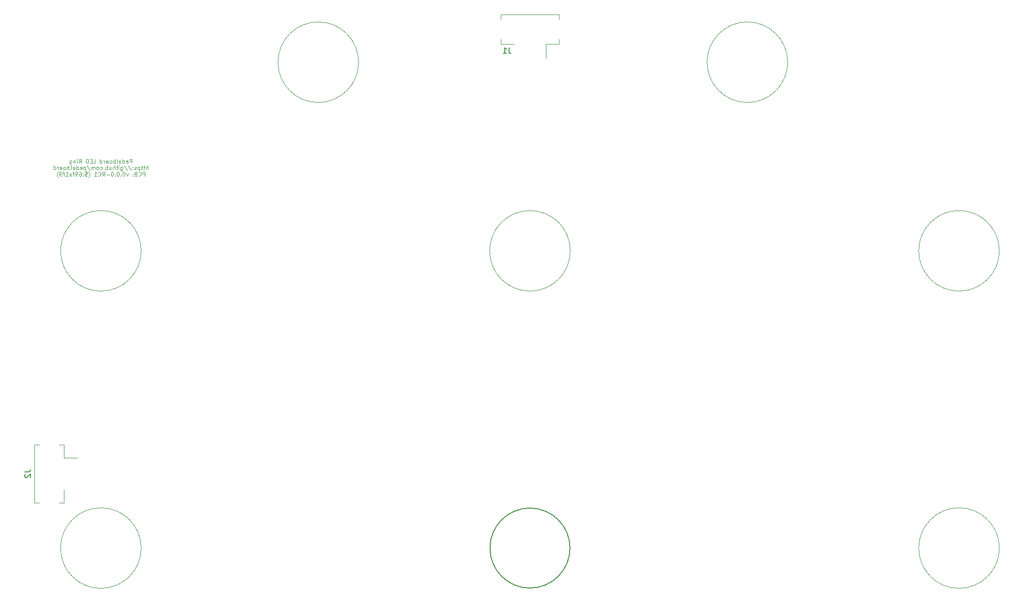
<source format=gbr>
%TF.GenerationSoftware,KiCad,Pcbnew,8.0.4+1*%
%TF.CreationDate,2024-10-05T16:27:55+00:00*%
%TF.ProjectId,pedalboard-display,70656461-6c62-46f6-9172-642d64697370,0.0.0-RC1*%
%TF.SameCoordinates,Original*%
%TF.FileFunction,Legend,Bot*%
%TF.FilePolarity,Positive*%
%FSLAX46Y46*%
G04 Gerber Fmt 4.6, Leading zero omitted, Abs format (unit mm)*
G04 Created by KiCad (PCBNEW 8.0.4+1) date 2024-10-05 16:27:55*
%MOMM*%
%LPD*%
G01*
G04 APERTURE LIST*
%ADD10C,0.100000*%
%ADD11C,0.150000*%
%ADD12C,0.120000*%
G04 APERTURE END LIST*
D10*
X189050000Y-124000000D02*
G75*
G02*
X174950000Y-124000000I-7050000J0D01*
G01*
X174950000Y-124000000D02*
G75*
G02*
X189050000Y-124000000I7050000J0D01*
G01*
X189050000Y-72000000D02*
G75*
G02*
X174950000Y-72000000I-7050000J0D01*
G01*
X174950000Y-72000000D02*
G75*
G02*
X189050000Y-72000000I7050000J0D01*
G01*
X152050000Y-39000000D02*
G75*
G02*
X137950000Y-39000000I-7050000J0D01*
G01*
X137950000Y-39000000D02*
G75*
G02*
X152050000Y-39000000I7050000J0D01*
G01*
X77050000Y-39000000D02*
G75*
G02*
X62950000Y-39000000I-7050000J0D01*
G01*
X62950000Y-39000000D02*
G75*
G02*
X77050000Y-39000000I7050000J0D01*
G01*
X39050000Y-124000000D02*
G75*
G02*
X24950000Y-124000000I-7050000J0D01*
G01*
X24950000Y-124000000D02*
G75*
G02*
X39050000Y-124000000I7050000J0D01*
G01*
X39050000Y-72000000D02*
G75*
G02*
X24950000Y-72000000I-7050000J0D01*
G01*
X24950000Y-72000000D02*
G75*
G02*
X39050000Y-72000000I7050000J0D01*
G01*
D11*
X114000000Y-124000000D02*
G75*
G02*
X100000000Y-124000000I-7000000J0D01*
G01*
X100000000Y-124000000D02*
G75*
G02*
X114000000Y-124000000I7000000J0D01*
G01*
D10*
X114050000Y-72000000D02*
G75*
G02*
X99950000Y-72000000I-7050000J0D01*
G01*
X99950000Y-72000000D02*
G75*
G02*
X114050000Y-72000000I7050000J0D01*
G01*
X37416664Y-56655211D02*
X37416664Y-55955211D01*
X37416664Y-55955211D02*
X37149997Y-55955211D01*
X37149997Y-55955211D02*
X37083331Y-55988544D01*
X37083331Y-55988544D02*
X37049997Y-56021878D01*
X37049997Y-56021878D02*
X37016664Y-56088544D01*
X37016664Y-56088544D02*
X37016664Y-56188544D01*
X37016664Y-56188544D02*
X37049997Y-56255211D01*
X37049997Y-56255211D02*
X37083331Y-56288544D01*
X37083331Y-56288544D02*
X37149997Y-56321878D01*
X37149997Y-56321878D02*
X37416664Y-56321878D01*
X36449997Y-56621878D02*
X36516664Y-56655211D01*
X36516664Y-56655211D02*
X36649997Y-56655211D01*
X36649997Y-56655211D02*
X36716664Y-56621878D01*
X36716664Y-56621878D02*
X36749997Y-56555211D01*
X36749997Y-56555211D02*
X36749997Y-56288544D01*
X36749997Y-56288544D02*
X36716664Y-56221878D01*
X36716664Y-56221878D02*
X36649997Y-56188544D01*
X36649997Y-56188544D02*
X36516664Y-56188544D01*
X36516664Y-56188544D02*
X36449997Y-56221878D01*
X36449997Y-56221878D02*
X36416664Y-56288544D01*
X36416664Y-56288544D02*
X36416664Y-56355211D01*
X36416664Y-56355211D02*
X36749997Y-56421878D01*
X35816664Y-56655211D02*
X35816664Y-55955211D01*
X35816664Y-56621878D02*
X35883331Y-56655211D01*
X35883331Y-56655211D02*
X36016664Y-56655211D01*
X36016664Y-56655211D02*
X36083331Y-56621878D01*
X36083331Y-56621878D02*
X36116664Y-56588544D01*
X36116664Y-56588544D02*
X36149997Y-56521878D01*
X36149997Y-56521878D02*
X36149997Y-56321878D01*
X36149997Y-56321878D02*
X36116664Y-56255211D01*
X36116664Y-56255211D02*
X36083331Y-56221878D01*
X36083331Y-56221878D02*
X36016664Y-56188544D01*
X36016664Y-56188544D02*
X35883331Y-56188544D01*
X35883331Y-56188544D02*
X35816664Y-56221878D01*
X35183331Y-56655211D02*
X35183331Y-56288544D01*
X35183331Y-56288544D02*
X35216664Y-56221878D01*
X35216664Y-56221878D02*
X35283331Y-56188544D01*
X35283331Y-56188544D02*
X35416664Y-56188544D01*
X35416664Y-56188544D02*
X35483331Y-56221878D01*
X35183331Y-56621878D02*
X35249998Y-56655211D01*
X35249998Y-56655211D02*
X35416664Y-56655211D01*
X35416664Y-56655211D02*
X35483331Y-56621878D01*
X35483331Y-56621878D02*
X35516664Y-56555211D01*
X35516664Y-56555211D02*
X35516664Y-56488544D01*
X35516664Y-56488544D02*
X35483331Y-56421878D01*
X35483331Y-56421878D02*
X35416664Y-56388544D01*
X35416664Y-56388544D02*
X35249998Y-56388544D01*
X35249998Y-56388544D02*
X35183331Y-56355211D01*
X34749998Y-56655211D02*
X34816665Y-56621878D01*
X34816665Y-56621878D02*
X34849998Y-56555211D01*
X34849998Y-56555211D02*
X34849998Y-55955211D01*
X34483331Y-56655211D02*
X34483331Y-55955211D01*
X34483331Y-56221878D02*
X34416664Y-56188544D01*
X34416664Y-56188544D02*
X34283331Y-56188544D01*
X34283331Y-56188544D02*
X34216664Y-56221878D01*
X34216664Y-56221878D02*
X34183331Y-56255211D01*
X34183331Y-56255211D02*
X34149998Y-56321878D01*
X34149998Y-56321878D02*
X34149998Y-56521878D01*
X34149998Y-56521878D02*
X34183331Y-56588544D01*
X34183331Y-56588544D02*
X34216664Y-56621878D01*
X34216664Y-56621878D02*
X34283331Y-56655211D01*
X34283331Y-56655211D02*
X34416664Y-56655211D01*
X34416664Y-56655211D02*
X34483331Y-56621878D01*
X33749998Y-56655211D02*
X33816665Y-56621878D01*
X33816665Y-56621878D02*
X33849998Y-56588544D01*
X33849998Y-56588544D02*
X33883331Y-56521878D01*
X33883331Y-56521878D02*
X33883331Y-56321878D01*
X33883331Y-56321878D02*
X33849998Y-56255211D01*
X33849998Y-56255211D02*
X33816665Y-56221878D01*
X33816665Y-56221878D02*
X33749998Y-56188544D01*
X33749998Y-56188544D02*
X33649998Y-56188544D01*
X33649998Y-56188544D02*
X33583331Y-56221878D01*
X33583331Y-56221878D02*
X33549998Y-56255211D01*
X33549998Y-56255211D02*
X33516665Y-56321878D01*
X33516665Y-56321878D02*
X33516665Y-56521878D01*
X33516665Y-56521878D02*
X33549998Y-56588544D01*
X33549998Y-56588544D02*
X33583331Y-56621878D01*
X33583331Y-56621878D02*
X33649998Y-56655211D01*
X33649998Y-56655211D02*
X33749998Y-56655211D01*
X32916665Y-56655211D02*
X32916665Y-56288544D01*
X32916665Y-56288544D02*
X32949998Y-56221878D01*
X32949998Y-56221878D02*
X33016665Y-56188544D01*
X33016665Y-56188544D02*
X33149998Y-56188544D01*
X33149998Y-56188544D02*
X33216665Y-56221878D01*
X32916665Y-56621878D02*
X32983332Y-56655211D01*
X32983332Y-56655211D02*
X33149998Y-56655211D01*
X33149998Y-56655211D02*
X33216665Y-56621878D01*
X33216665Y-56621878D02*
X33249998Y-56555211D01*
X33249998Y-56555211D02*
X33249998Y-56488544D01*
X33249998Y-56488544D02*
X33216665Y-56421878D01*
X33216665Y-56421878D02*
X33149998Y-56388544D01*
X33149998Y-56388544D02*
X32983332Y-56388544D01*
X32983332Y-56388544D02*
X32916665Y-56355211D01*
X32583332Y-56655211D02*
X32583332Y-56188544D01*
X32583332Y-56321878D02*
X32549999Y-56255211D01*
X32549999Y-56255211D02*
X32516665Y-56221878D01*
X32516665Y-56221878D02*
X32449999Y-56188544D01*
X32449999Y-56188544D02*
X32383332Y-56188544D01*
X31849999Y-56655211D02*
X31849999Y-55955211D01*
X31849999Y-56621878D02*
X31916666Y-56655211D01*
X31916666Y-56655211D02*
X32049999Y-56655211D01*
X32049999Y-56655211D02*
X32116666Y-56621878D01*
X32116666Y-56621878D02*
X32149999Y-56588544D01*
X32149999Y-56588544D02*
X32183332Y-56521878D01*
X32183332Y-56521878D02*
X32183332Y-56321878D01*
X32183332Y-56321878D02*
X32149999Y-56255211D01*
X32149999Y-56255211D02*
X32116666Y-56221878D01*
X32116666Y-56221878D02*
X32049999Y-56188544D01*
X32049999Y-56188544D02*
X31916666Y-56188544D01*
X31916666Y-56188544D02*
X31849999Y-56221878D01*
X30650000Y-56655211D02*
X30983333Y-56655211D01*
X30983333Y-56655211D02*
X30983333Y-55955211D01*
X30416666Y-56288544D02*
X30183333Y-56288544D01*
X30083333Y-56655211D02*
X30416666Y-56655211D01*
X30416666Y-56655211D02*
X30416666Y-55955211D01*
X30416666Y-55955211D02*
X30083333Y-55955211D01*
X29783333Y-56655211D02*
X29783333Y-55955211D01*
X29783333Y-55955211D02*
X29616666Y-55955211D01*
X29616666Y-55955211D02*
X29516666Y-55988544D01*
X29516666Y-55988544D02*
X29450000Y-56055211D01*
X29450000Y-56055211D02*
X29416666Y-56121878D01*
X29416666Y-56121878D02*
X29383333Y-56255211D01*
X29383333Y-56255211D02*
X29383333Y-56355211D01*
X29383333Y-56355211D02*
X29416666Y-56488544D01*
X29416666Y-56488544D02*
X29450000Y-56555211D01*
X29450000Y-56555211D02*
X29516666Y-56621878D01*
X29516666Y-56621878D02*
X29616666Y-56655211D01*
X29616666Y-56655211D02*
X29783333Y-56655211D01*
X28150000Y-56655211D02*
X28383333Y-56321878D01*
X28550000Y-56655211D02*
X28550000Y-55955211D01*
X28550000Y-55955211D02*
X28283333Y-55955211D01*
X28283333Y-55955211D02*
X28216667Y-55988544D01*
X28216667Y-55988544D02*
X28183333Y-56021878D01*
X28183333Y-56021878D02*
X28150000Y-56088544D01*
X28150000Y-56088544D02*
X28150000Y-56188544D01*
X28150000Y-56188544D02*
X28183333Y-56255211D01*
X28183333Y-56255211D02*
X28216667Y-56288544D01*
X28216667Y-56288544D02*
X28283333Y-56321878D01*
X28283333Y-56321878D02*
X28550000Y-56321878D01*
X27850000Y-56655211D02*
X27850000Y-56188544D01*
X27850000Y-55955211D02*
X27883333Y-55988544D01*
X27883333Y-55988544D02*
X27850000Y-56021878D01*
X27850000Y-56021878D02*
X27816667Y-55988544D01*
X27816667Y-55988544D02*
X27850000Y-55955211D01*
X27850000Y-55955211D02*
X27850000Y-56021878D01*
X27516667Y-56188544D02*
X27516667Y-56655211D01*
X27516667Y-56255211D02*
X27483334Y-56221878D01*
X27483334Y-56221878D02*
X27416667Y-56188544D01*
X27416667Y-56188544D02*
X27316667Y-56188544D01*
X27316667Y-56188544D02*
X27250000Y-56221878D01*
X27250000Y-56221878D02*
X27216667Y-56288544D01*
X27216667Y-56288544D02*
X27216667Y-56655211D01*
X26583334Y-56188544D02*
X26583334Y-56755211D01*
X26583334Y-56755211D02*
X26616667Y-56821878D01*
X26616667Y-56821878D02*
X26650001Y-56855211D01*
X26650001Y-56855211D02*
X26716667Y-56888544D01*
X26716667Y-56888544D02*
X26816667Y-56888544D01*
X26816667Y-56888544D02*
X26883334Y-56855211D01*
X26583334Y-56621878D02*
X26650001Y-56655211D01*
X26650001Y-56655211D02*
X26783334Y-56655211D01*
X26783334Y-56655211D02*
X26850001Y-56621878D01*
X26850001Y-56621878D02*
X26883334Y-56588544D01*
X26883334Y-56588544D02*
X26916667Y-56521878D01*
X26916667Y-56521878D02*
X26916667Y-56321878D01*
X26916667Y-56321878D02*
X26883334Y-56255211D01*
X26883334Y-56255211D02*
X26850001Y-56221878D01*
X26850001Y-56221878D02*
X26783334Y-56188544D01*
X26783334Y-56188544D02*
X26650001Y-56188544D01*
X26650001Y-56188544D02*
X26583334Y-56221878D01*
X40216663Y-57782172D02*
X40216663Y-57082172D01*
X39916663Y-57782172D02*
X39916663Y-57415505D01*
X39916663Y-57415505D02*
X39949996Y-57348839D01*
X39949996Y-57348839D02*
X40016663Y-57315505D01*
X40016663Y-57315505D02*
X40116663Y-57315505D01*
X40116663Y-57315505D02*
X40183330Y-57348839D01*
X40183330Y-57348839D02*
X40216663Y-57382172D01*
X39683330Y-57315505D02*
X39416663Y-57315505D01*
X39583330Y-57082172D02*
X39583330Y-57682172D01*
X39583330Y-57682172D02*
X39549997Y-57748839D01*
X39549997Y-57748839D02*
X39483330Y-57782172D01*
X39483330Y-57782172D02*
X39416663Y-57782172D01*
X39283330Y-57315505D02*
X39016663Y-57315505D01*
X39183330Y-57082172D02*
X39183330Y-57682172D01*
X39183330Y-57682172D02*
X39149997Y-57748839D01*
X39149997Y-57748839D02*
X39083330Y-57782172D01*
X39083330Y-57782172D02*
X39016663Y-57782172D01*
X38783330Y-57315505D02*
X38783330Y-58015505D01*
X38783330Y-57348839D02*
X38716663Y-57315505D01*
X38716663Y-57315505D02*
X38583330Y-57315505D01*
X38583330Y-57315505D02*
X38516663Y-57348839D01*
X38516663Y-57348839D02*
X38483330Y-57382172D01*
X38483330Y-57382172D02*
X38449997Y-57448839D01*
X38449997Y-57448839D02*
X38449997Y-57648839D01*
X38449997Y-57648839D02*
X38483330Y-57715505D01*
X38483330Y-57715505D02*
X38516663Y-57748839D01*
X38516663Y-57748839D02*
X38583330Y-57782172D01*
X38583330Y-57782172D02*
X38716663Y-57782172D01*
X38716663Y-57782172D02*
X38783330Y-57748839D01*
X38183330Y-57748839D02*
X38116664Y-57782172D01*
X38116664Y-57782172D02*
X37983330Y-57782172D01*
X37983330Y-57782172D02*
X37916664Y-57748839D01*
X37916664Y-57748839D02*
X37883330Y-57682172D01*
X37883330Y-57682172D02*
X37883330Y-57648839D01*
X37883330Y-57648839D02*
X37916664Y-57582172D01*
X37916664Y-57582172D02*
X37983330Y-57548839D01*
X37983330Y-57548839D02*
X38083330Y-57548839D01*
X38083330Y-57548839D02*
X38149997Y-57515505D01*
X38149997Y-57515505D02*
X38183330Y-57448839D01*
X38183330Y-57448839D02*
X38183330Y-57415505D01*
X38183330Y-57415505D02*
X38149997Y-57348839D01*
X38149997Y-57348839D02*
X38083330Y-57315505D01*
X38083330Y-57315505D02*
X37983330Y-57315505D01*
X37983330Y-57315505D02*
X37916664Y-57348839D01*
X37583330Y-57715505D02*
X37549997Y-57748839D01*
X37549997Y-57748839D02*
X37583330Y-57782172D01*
X37583330Y-57782172D02*
X37616663Y-57748839D01*
X37616663Y-57748839D02*
X37583330Y-57715505D01*
X37583330Y-57715505D02*
X37583330Y-57782172D01*
X37583330Y-57348839D02*
X37549997Y-57382172D01*
X37549997Y-57382172D02*
X37583330Y-57415505D01*
X37583330Y-57415505D02*
X37616663Y-57382172D01*
X37616663Y-57382172D02*
X37583330Y-57348839D01*
X37583330Y-57348839D02*
X37583330Y-57415505D01*
X36749997Y-57048839D02*
X37349997Y-57948839D01*
X36016664Y-57048839D02*
X36616664Y-57948839D01*
X35483331Y-57315505D02*
X35483331Y-57882172D01*
X35483331Y-57882172D02*
X35516664Y-57948839D01*
X35516664Y-57948839D02*
X35549998Y-57982172D01*
X35549998Y-57982172D02*
X35616664Y-58015505D01*
X35616664Y-58015505D02*
X35716664Y-58015505D01*
X35716664Y-58015505D02*
X35783331Y-57982172D01*
X35483331Y-57748839D02*
X35549998Y-57782172D01*
X35549998Y-57782172D02*
X35683331Y-57782172D01*
X35683331Y-57782172D02*
X35749998Y-57748839D01*
X35749998Y-57748839D02*
X35783331Y-57715505D01*
X35783331Y-57715505D02*
X35816664Y-57648839D01*
X35816664Y-57648839D02*
X35816664Y-57448839D01*
X35816664Y-57448839D02*
X35783331Y-57382172D01*
X35783331Y-57382172D02*
X35749998Y-57348839D01*
X35749998Y-57348839D02*
X35683331Y-57315505D01*
X35683331Y-57315505D02*
X35549998Y-57315505D01*
X35549998Y-57315505D02*
X35483331Y-57348839D01*
X35149998Y-57782172D02*
X35149998Y-57315505D01*
X35149998Y-57082172D02*
X35183331Y-57115505D01*
X35183331Y-57115505D02*
X35149998Y-57148839D01*
X35149998Y-57148839D02*
X35116665Y-57115505D01*
X35116665Y-57115505D02*
X35149998Y-57082172D01*
X35149998Y-57082172D02*
X35149998Y-57148839D01*
X34916665Y-57315505D02*
X34649998Y-57315505D01*
X34816665Y-57082172D02*
X34816665Y-57682172D01*
X34816665Y-57682172D02*
X34783332Y-57748839D01*
X34783332Y-57748839D02*
X34716665Y-57782172D01*
X34716665Y-57782172D02*
X34649998Y-57782172D01*
X34416665Y-57782172D02*
X34416665Y-57082172D01*
X34116665Y-57782172D02*
X34116665Y-57415505D01*
X34116665Y-57415505D02*
X34149998Y-57348839D01*
X34149998Y-57348839D02*
X34216665Y-57315505D01*
X34216665Y-57315505D02*
X34316665Y-57315505D01*
X34316665Y-57315505D02*
X34383332Y-57348839D01*
X34383332Y-57348839D02*
X34416665Y-57382172D01*
X33483332Y-57315505D02*
X33483332Y-57782172D01*
X33783332Y-57315505D02*
X33783332Y-57682172D01*
X33783332Y-57682172D02*
X33749999Y-57748839D01*
X33749999Y-57748839D02*
X33683332Y-57782172D01*
X33683332Y-57782172D02*
X33583332Y-57782172D01*
X33583332Y-57782172D02*
X33516665Y-57748839D01*
X33516665Y-57748839D02*
X33483332Y-57715505D01*
X33149999Y-57782172D02*
X33149999Y-57082172D01*
X33149999Y-57348839D02*
X33083332Y-57315505D01*
X33083332Y-57315505D02*
X32949999Y-57315505D01*
X32949999Y-57315505D02*
X32883332Y-57348839D01*
X32883332Y-57348839D02*
X32849999Y-57382172D01*
X32849999Y-57382172D02*
X32816666Y-57448839D01*
X32816666Y-57448839D02*
X32816666Y-57648839D01*
X32816666Y-57648839D02*
X32849999Y-57715505D01*
X32849999Y-57715505D02*
X32883332Y-57748839D01*
X32883332Y-57748839D02*
X32949999Y-57782172D01*
X32949999Y-57782172D02*
X33083332Y-57782172D01*
X33083332Y-57782172D02*
X33149999Y-57748839D01*
X32516666Y-57715505D02*
X32483333Y-57748839D01*
X32483333Y-57748839D02*
X32516666Y-57782172D01*
X32516666Y-57782172D02*
X32549999Y-57748839D01*
X32549999Y-57748839D02*
X32516666Y-57715505D01*
X32516666Y-57715505D02*
X32516666Y-57782172D01*
X31883333Y-57748839D02*
X31950000Y-57782172D01*
X31950000Y-57782172D02*
X32083333Y-57782172D01*
X32083333Y-57782172D02*
X32150000Y-57748839D01*
X32150000Y-57748839D02*
X32183333Y-57715505D01*
X32183333Y-57715505D02*
X32216666Y-57648839D01*
X32216666Y-57648839D02*
X32216666Y-57448839D01*
X32216666Y-57448839D02*
X32183333Y-57382172D01*
X32183333Y-57382172D02*
X32150000Y-57348839D01*
X32150000Y-57348839D02*
X32083333Y-57315505D01*
X32083333Y-57315505D02*
X31950000Y-57315505D01*
X31950000Y-57315505D02*
X31883333Y-57348839D01*
X31483333Y-57782172D02*
X31550000Y-57748839D01*
X31550000Y-57748839D02*
X31583333Y-57715505D01*
X31583333Y-57715505D02*
X31616666Y-57648839D01*
X31616666Y-57648839D02*
X31616666Y-57448839D01*
X31616666Y-57448839D02*
X31583333Y-57382172D01*
X31583333Y-57382172D02*
X31550000Y-57348839D01*
X31550000Y-57348839D02*
X31483333Y-57315505D01*
X31483333Y-57315505D02*
X31383333Y-57315505D01*
X31383333Y-57315505D02*
X31316666Y-57348839D01*
X31316666Y-57348839D02*
X31283333Y-57382172D01*
X31283333Y-57382172D02*
X31250000Y-57448839D01*
X31250000Y-57448839D02*
X31250000Y-57648839D01*
X31250000Y-57648839D02*
X31283333Y-57715505D01*
X31283333Y-57715505D02*
X31316666Y-57748839D01*
X31316666Y-57748839D02*
X31383333Y-57782172D01*
X31383333Y-57782172D02*
X31483333Y-57782172D01*
X30950000Y-57782172D02*
X30950000Y-57315505D01*
X30950000Y-57382172D02*
X30916667Y-57348839D01*
X30916667Y-57348839D02*
X30850000Y-57315505D01*
X30850000Y-57315505D02*
X30750000Y-57315505D01*
X30750000Y-57315505D02*
X30683333Y-57348839D01*
X30683333Y-57348839D02*
X30650000Y-57415505D01*
X30650000Y-57415505D02*
X30650000Y-57782172D01*
X30650000Y-57415505D02*
X30616667Y-57348839D01*
X30616667Y-57348839D02*
X30550000Y-57315505D01*
X30550000Y-57315505D02*
X30450000Y-57315505D01*
X30450000Y-57315505D02*
X30383333Y-57348839D01*
X30383333Y-57348839D02*
X30350000Y-57415505D01*
X30350000Y-57415505D02*
X30350000Y-57782172D01*
X29516667Y-57048839D02*
X30116667Y-57948839D01*
X29283334Y-57315505D02*
X29283334Y-58015505D01*
X29283334Y-57348839D02*
X29216667Y-57315505D01*
X29216667Y-57315505D02*
X29083334Y-57315505D01*
X29083334Y-57315505D02*
X29016667Y-57348839D01*
X29016667Y-57348839D02*
X28983334Y-57382172D01*
X28983334Y-57382172D02*
X28950001Y-57448839D01*
X28950001Y-57448839D02*
X28950001Y-57648839D01*
X28950001Y-57648839D02*
X28983334Y-57715505D01*
X28983334Y-57715505D02*
X29016667Y-57748839D01*
X29016667Y-57748839D02*
X29083334Y-57782172D01*
X29083334Y-57782172D02*
X29216667Y-57782172D01*
X29216667Y-57782172D02*
X29283334Y-57748839D01*
X28383334Y-57748839D02*
X28450001Y-57782172D01*
X28450001Y-57782172D02*
X28583334Y-57782172D01*
X28583334Y-57782172D02*
X28650001Y-57748839D01*
X28650001Y-57748839D02*
X28683334Y-57682172D01*
X28683334Y-57682172D02*
X28683334Y-57415505D01*
X28683334Y-57415505D02*
X28650001Y-57348839D01*
X28650001Y-57348839D02*
X28583334Y-57315505D01*
X28583334Y-57315505D02*
X28450001Y-57315505D01*
X28450001Y-57315505D02*
X28383334Y-57348839D01*
X28383334Y-57348839D02*
X28350001Y-57415505D01*
X28350001Y-57415505D02*
X28350001Y-57482172D01*
X28350001Y-57482172D02*
X28683334Y-57548839D01*
X27750001Y-57782172D02*
X27750001Y-57082172D01*
X27750001Y-57748839D02*
X27816668Y-57782172D01*
X27816668Y-57782172D02*
X27950001Y-57782172D01*
X27950001Y-57782172D02*
X28016668Y-57748839D01*
X28016668Y-57748839D02*
X28050001Y-57715505D01*
X28050001Y-57715505D02*
X28083334Y-57648839D01*
X28083334Y-57648839D02*
X28083334Y-57448839D01*
X28083334Y-57448839D02*
X28050001Y-57382172D01*
X28050001Y-57382172D02*
X28016668Y-57348839D01*
X28016668Y-57348839D02*
X27950001Y-57315505D01*
X27950001Y-57315505D02*
X27816668Y-57315505D01*
X27816668Y-57315505D02*
X27750001Y-57348839D01*
X27116668Y-57782172D02*
X27116668Y-57415505D01*
X27116668Y-57415505D02*
X27150001Y-57348839D01*
X27150001Y-57348839D02*
X27216668Y-57315505D01*
X27216668Y-57315505D02*
X27350001Y-57315505D01*
X27350001Y-57315505D02*
X27416668Y-57348839D01*
X27116668Y-57748839D02*
X27183335Y-57782172D01*
X27183335Y-57782172D02*
X27350001Y-57782172D01*
X27350001Y-57782172D02*
X27416668Y-57748839D01*
X27416668Y-57748839D02*
X27450001Y-57682172D01*
X27450001Y-57682172D02*
X27450001Y-57615505D01*
X27450001Y-57615505D02*
X27416668Y-57548839D01*
X27416668Y-57548839D02*
X27350001Y-57515505D01*
X27350001Y-57515505D02*
X27183335Y-57515505D01*
X27183335Y-57515505D02*
X27116668Y-57482172D01*
X26683335Y-57782172D02*
X26750002Y-57748839D01*
X26750002Y-57748839D02*
X26783335Y-57682172D01*
X26783335Y-57682172D02*
X26783335Y-57082172D01*
X26416668Y-57782172D02*
X26416668Y-57082172D01*
X26416668Y-57348839D02*
X26350001Y-57315505D01*
X26350001Y-57315505D02*
X26216668Y-57315505D01*
X26216668Y-57315505D02*
X26150001Y-57348839D01*
X26150001Y-57348839D02*
X26116668Y-57382172D01*
X26116668Y-57382172D02*
X26083335Y-57448839D01*
X26083335Y-57448839D02*
X26083335Y-57648839D01*
X26083335Y-57648839D02*
X26116668Y-57715505D01*
X26116668Y-57715505D02*
X26150001Y-57748839D01*
X26150001Y-57748839D02*
X26216668Y-57782172D01*
X26216668Y-57782172D02*
X26350001Y-57782172D01*
X26350001Y-57782172D02*
X26416668Y-57748839D01*
X25683335Y-57782172D02*
X25750002Y-57748839D01*
X25750002Y-57748839D02*
X25783335Y-57715505D01*
X25783335Y-57715505D02*
X25816668Y-57648839D01*
X25816668Y-57648839D02*
X25816668Y-57448839D01*
X25816668Y-57448839D02*
X25783335Y-57382172D01*
X25783335Y-57382172D02*
X25750002Y-57348839D01*
X25750002Y-57348839D02*
X25683335Y-57315505D01*
X25683335Y-57315505D02*
X25583335Y-57315505D01*
X25583335Y-57315505D02*
X25516668Y-57348839D01*
X25516668Y-57348839D02*
X25483335Y-57382172D01*
X25483335Y-57382172D02*
X25450002Y-57448839D01*
X25450002Y-57448839D02*
X25450002Y-57648839D01*
X25450002Y-57648839D02*
X25483335Y-57715505D01*
X25483335Y-57715505D02*
X25516668Y-57748839D01*
X25516668Y-57748839D02*
X25583335Y-57782172D01*
X25583335Y-57782172D02*
X25683335Y-57782172D01*
X24850002Y-57782172D02*
X24850002Y-57415505D01*
X24850002Y-57415505D02*
X24883335Y-57348839D01*
X24883335Y-57348839D02*
X24950002Y-57315505D01*
X24950002Y-57315505D02*
X25083335Y-57315505D01*
X25083335Y-57315505D02*
X25150002Y-57348839D01*
X24850002Y-57748839D02*
X24916669Y-57782172D01*
X24916669Y-57782172D02*
X25083335Y-57782172D01*
X25083335Y-57782172D02*
X25150002Y-57748839D01*
X25150002Y-57748839D02*
X25183335Y-57682172D01*
X25183335Y-57682172D02*
X25183335Y-57615505D01*
X25183335Y-57615505D02*
X25150002Y-57548839D01*
X25150002Y-57548839D02*
X25083335Y-57515505D01*
X25083335Y-57515505D02*
X24916669Y-57515505D01*
X24916669Y-57515505D02*
X24850002Y-57482172D01*
X24516669Y-57782172D02*
X24516669Y-57315505D01*
X24516669Y-57448839D02*
X24483336Y-57382172D01*
X24483336Y-57382172D02*
X24450002Y-57348839D01*
X24450002Y-57348839D02*
X24383336Y-57315505D01*
X24383336Y-57315505D02*
X24316669Y-57315505D01*
X23783336Y-57782172D02*
X23783336Y-57082172D01*
X23783336Y-57748839D02*
X23850003Y-57782172D01*
X23850003Y-57782172D02*
X23983336Y-57782172D01*
X23983336Y-57782172D02*
X24050003Y-57748839D01*
X24050003Y-57748839D02*
X24083336Y-57715505D01*
X24083336Y-57715505D02*
X24116669Y-57648839D01*
X24116669Y-57648839D02*
X24116669Y-57448839D01*
X24116669Y-57448839D02*
X24083336Y-57382172D01*
X24083336Y-57382172D02*
X24050003Y-57348839D01*
X24050003Y-57348839D02*
X23983336Y-57315505D01*
X23983336Y-57315505D02*
X23850003Y-57315505D01*
X23850003Y-57315505D02*
X23783336Y-57348839D01*
X39666667Y-58909133D02*
X39666667Y-58209133D01*
X39666667Y-58209133D02*
X39400000Y-58209133D01*
X39400000Y-58209133D02*
X39333334Y-58242466D01*
X39333334Y-58242466D02*
X39300000Y-58275800D01*
X39300000Y-58275800D02*
X39266667Y-58342466D01*
X39266667Y-58342466D02*
X39266667Y-58442466D01*
X39266667Y-58442466D02*
X39300000Y-58509133D01*
X39300000Y-58509133D02*
X39333334Y-58542466D01*
X39333334Y-58542466D02*
X39400000Y-58575800D01*
X39400000Y-58575800D02*
X39666667Y-58575800D01*
X38566667Y-58842466D02*
X38600000Y-58875800D01*
X38600000Y-58875800D02*
X38700000Y-58909133D01*
X38700000Y-58909133D02*
X38766667Y-58909133D01*
X38766667Y-58909133D02*
X38866667Y-58875800D01*
X38866667Y-58875800D02*
X38933334Y-58809133D01*
X38933334Y-58809133D02*
X38966667Y-58742466D01*
X38966667Y-58742466D02*
X39000000Y-58609133D01*
X39000000Y-58609133D02*
X39000000Y-58509133D01*
X39000000Y-58509133D02*
X38966667Y-58375800D01*
X38966667Y-58375800D02*
X38933334Y-58309133D01*
X38933334Y-58309133D02*
X38866667Y-58242466D01*
X38866667Y-58242466D02*
X38766667Y-58209133D01*
X38766667Y-58209133D02*
X38700000Y-58209133D01*
X38700000Y-58209133D02*
X38600000Y-58242466D01*
X38600000Y-58242466D02*
X38566667Y-58275800D01*
X38033334Y-58542466D02*
X37933334Y-58575800D01*
X37933334Y-58575800D02*
X37900000Y-58609133D01*
X37900000Y-58609133D02*
X37866667Y-58675800D01*
X37866667Y-58675800D02*
X37866667Y-58775800D01*
X37866667Y-58775800D02*
X37900000Y-58842466D01*
X37900000Y-58842466D02*
X37933334Y-58875800D01*
X37933334Y-58875800D02*
X38000000Y-58909133D01*
X38000000Y-58909133D02*
X38266667Y-58909133D01*
X38266667Y-58909133D02*
X38266667Y-58209133D01*
X38266667Y-58209133D02*
X38033334Y-58209133D01*
X38033334Y-58209133D02*
X37966667Y-58242466D01*
X37966667Y-58242466D02*
X37933334Y-58275800D01*
X37933334Y-58275800D02*
X37900000Y-58342466D01*
X37900000Y-58342466D02*
X37900000Y-58409133D01*
X37900000Y-58409133D02*
X37933334Y-58475800D01*
X37933334Y-58475800D02*
X37966667Y-58509133D01*
X37966667Y-58509133D02*
X38033334Y-58542466D01*
X38033334Y-58542466D02*
X38266667Y-58542466D01*
X37566667Y-58842466D02*
X37533334Y-58875800D01*
X37533334Y-58875800D02*
X37566667Y-58909133D01*
X37566667Y-58909133D02*
X37600000Y-58875800D01*
X37600000Y-58875800D02*
X37566667Y-58842466D01*
X37566667Y-58842466D02*
X37566667Y-58909133D01*
X37566667Y-58475800D02*
X37533334Y-58509133D01*
X37533334Y-58509133D02*
X37566667Y-58542466D01*
X37566667Y-58542466D02*
X37600000Y-58509133D01*
X37600000Y-58509133D02*
X37566667Y-58475800D01*
X37566667Y-58475800D02*
X37566667Y-58542466D01*
X36766668Y-58442466D02*
X36600001Y-58909133D01*
X36600001Y-58909133D02*
X36433334Y-58442466D01*
X36033335Y-58209133D02*
X35966668Y-58209133D01*
X35966668Y-58209133D02*
X35900001Y-58242466D01*
X35900001Y-58242466D02*
X35866668Y-58275800D01*
X35866668Y-58275800D02*
X35833335Y-58342466D01*
X35833335Y-58342466D02*
X35800001Y-58475800D01*
X35800001Y-58475800D02*
X35800001Y-58642466D01*
X35800001Y-58642466D02*
X35833335Y-58775800D01*
X35833335Y-58775800D02*
X35866668Y-58842466D01*
X35866668Y-58842466D02*
X35900001Y-58875800D01*
X35900001Y-58875800D02*
X35966668Y-58909133D01*
X35966668Y-58909133D02*
X36033335Y-58909133D01*
X36033335Y-58909133D02*
X36100001Y-58875800D01*
X36100001Y-58875800D02*
X36133335Y-58842466D01*
X36133335Y-58842466D02*
X36166668Y-58775800D01*
X36166668Y-58775800D02*
X36200001Y-58642466D01*
X36200001Y-58642466D02*
X36200001Y-58475800D01*
X36200001Y-58475800D02*
X36166668Y-58342466D01*
X36166668Y-58342466D02*
X36133335Y-58275800D01*
X36133335Y-58275800D02*
X36100001Y-58242466D01*
X36100001Y-58242466D02*
X36033335Y-58209133D01*
X35500001Y-58842466D02*
X35466668Y-58875800D01*
X35466668Y-58875800D02*
X35500001Y-58909133D01*
X35500001Y-58909133D02*
X35533334Y-58875800D01*
X35533334Y-58875800D02*
X35500001Y-58842466D01*
X35500001Y-58842466D02*
X35500001Y-58909133D01*
X35033335Y-58209133D02*
X34966668Y-58209133D01*
X34966668Y-58209133D02*
X34900001Y-58242466D01*
X34900001Y-58242466D02*
X34866668Y-58275800D01*
X34866668Y-58275800D02*
X34833335Y-58342466D01*
X34833335Y-58342466D02*
X34800001Y-58475800D01*
X34800001Y-58475800D02*
X34800001Y-58642466D01*
X34800001Y-58642466D02*
X34833335Y-58775800D01*
X34833335Y-58775800D02*
X34866668Y-58842466D01*
X34866668Y-58842466D02*
X34900001Y-58875800D01*
X34900001Y-58875800D02*
X34966668Y-58909133D01*
X34966668Y-58909133D02*
X35033335Y-58909133D01*
X35033335Y-58909133D02*
X35100001Y-58875800D01*
X35100001Y-58875800D02*
X35133335Y-58842466D01*
X35133335Y-58842466D02*
X35166668Y-58775800D01*
X35166668Y-58775800D02*
X35200001Y-58642466D01*
X35200001Y-58642466D02*
X35200001Y-58475800D01*
X35200001Y-58475800D02*
X35166668Y-58342466D01*
X35166668Y-58342466D02*
X35133335Y-58275800D01*
X35133335Y-58275800D02*
X35100001Y-58242466D01*
X35100001Y-58242466D02*
X35033335Y-58209133D01*
X34500001Y-58842466D02*
X34466668Y-58875800D01*
X34466668Y-58875800D02*
X34500001Y-58909133D01*
X34500001Y-58909133D02*
X34533334Y-58875800D01*
X34533334Y-58875800D02*
X34500001Y-58842466D01*
X34500001Y-58842466D02*
X34500001Y-58909133D01*
X34033335Y-58209133D02*
X33966668Y-58209133D01*
X33966668Y-58209133D02*
X33900001Y-58242466D01*
X33900001Y-58242466D02*
X33866668Y-58275800D01*
X33866668Y-58275800D02*
X33833335Y-58342466D01*
X33833335Y-58342466D02*
X33800001Y-58475800D01*
X33800001Y-58475800D02*
X33800001Y-58642466D01*
X33800001Y-58642466D02*
X33833335Y-58775800D01*
X33833335Y-58775800D02*
X33866668Y-58842466D01*
X33866668Y-58842466D02*
X33900001Y-58875800D01*
X33900001Y-58875800D02*
X33966668Y-58909133D01*
X33966668Y-58909133D02*
X34033335Y-58909133D01*
X34033335Y-58909133D02*
X34100001Y-58875800D01*
X34100001Y-58875800D02*
X34133335Y-58842466D01*
X34133335Y-58842466D02*
X34166668Y-58775800D01*
X34166668Y-58775800D02*
X34200001Y-58642466D01*
X34200001Y-58642466D02*
X34200001Y-58475800D01*
X34200001Y-58475800D02*
X34166668Y-58342466D01*
X34166668Y-58342466D02*
X34133335Y-58275800D01*
X34133335Y-58275800D02*
X34100001Y-58242466D01*
X34100001Y-58242466D02*
X34033335Y-58209133D01*
X33500001Y-58642466D02*
X32966668Y-58642466D01*
X32233334Y-58909133D02*
X32466667Y-58575800D01*
X32633334Y-58909133D02*
X32633334Y-58209133D01*
X32633334Y-58209133D02*
X32366667Y-58209133D01*
X32366667Y-58209133D02*
X32300001Y-58242466D01*
X32300001Y-58242466D02*
X32266667Y-58275800D01*
X32266667Y-58275800D02*
X32233334Y-58342466D01*
X32233334Y-58342466D02*
X32233334Y-58442466D01*
X32233334Y-58442466D02*
X32266667Y-58509133D01*
X32266667Y-58509133D02*
X32300001Y-58542466D01*
X32300001Y-58542466D02*
X32366667Y-58575800D01*
X32366667Y-58575800D02*
X32633334Y-58575800D01*
X31533334Y-58842466D02*
X31566667Y-58875800D01*
X31566667Y-58875800D02*
X31666667Y-58909133D01*
X31666667Y-58909133D02*
X31733334Y-58909133D01*
X31733334Y-58909133D02*
X31833334Y-58875800D01*
X31833334Y-58875800D02*
X31900001Y-58809133D01*
X31900001Y-58809133D02*
X31933334Y-58742466D01*
X31933334Y-58742466D02*
X31966667Y-58609133D01*
X31966667Y-58609133D02*
X31966667Y-58509133D01*
X31966667Y-58509133D02*
X31933334Y-58375800D01*
X31933334Y-58375800D02*
X31900001Y-58309133D01*
X31900001Y-58309133D02*
X31833334Y-58242466D01*
X31833334Y-58242466D02*
X31733334Y-58209133D01*
X31733334Y-58209133D02*
X31666667Y-58209133D01*
X31666667Y-58209133D02*
X31566667Y-58242466D01*
X31566667Y-58242466D02*
X31533334Y-58275800D01*
X30866667Y-58909133D02*
X31266667Y-58909133D01*
X31066667Y-58909133D02*
X31066667Y-58209133D01*
X31066667Y-58209133D02*
X31133334Y-58309133D01*
X31133334Y-58309133D02*
X31200001Y-58375800D01*
X31200001Y-58375800D02*
X31266667Y-58409133D01*
X29833334Y-59175800D02*
X29866667Y-59142466D01*
X29866667Y-59142466D02*
X29933334Y-59042466D01*
X29933334Y-59042466D02*
X29966667Y-58975800D01*
X29966667Y-58975800D02*
X30000001Y-58875800D01*
X30000001Y-58875800D02*
X30033334Y-58709133D01*
X30033334Y-58709133D02*
X30033334Y-58575800D01*
X30033334Y-58575800D02*
X30000001Y-58409133D01*
X30000001Y-58409133D02*
X29966667Y-58309133D01*
X29966667Y-58309133D02*
X29933334Y-58242466D01*
X29933334Y-58242466D02*
X29866667Y-58142466D01*
X29866667Y-58142466D02*
X29833334Y-58109133D01*
X29600000Y-58875800D02*
X29500000Y-58909133D01*
X29500000Y-58909133D02*
X29333334Y-58909133D01*
X29333334Y-58909133D02*
X29266667Y-58875800D01*
X29266667Y-58875800D02*
X29233334Y-58842466D01*
X29233334Y-58842466D02*
X29200000Y-58775800D01*
X29200000Y-58775800D02*
X29200000Y-58709133D01*
X29200000Y-58709133D02*
X29233334Y-58642466D01*
X29233334Y-58642466D02*
X29266667Y-58609133D01*
X29266667Y-58609133D02*
X29333334Y-58575800D01*
X29333334Y-58575800D02*
X29466667Y-58542466D01*
X29466667Y-58542466D02*
X29533334Y-58509133D01*
X29533334Y-58509133D02*
X29566667Y-58475800D01*
X29566667Y-58475800D02*
X29600000Y-58409133D01*
X29600000Y-58409133D02*
X29600000Y-58342466D01*
X29600000Y-58342466D02*
X29566667Y-58275800D01*
X29566667Y-58275800D02*
X29533334Y-58242466D01*
X29533334Y-58242466D02*
X29466667Y-58209133D01*
X29466667Y-58209133D02*
X29300000Y-58209133D01*
X29300000Y-58209133D02*
X29200000Y-58242466D01*
X29400000Y-58109133D02*
X29400000Y-59009133D01*
X28900000Y-58842466D02*
X28866667Y-58875800D01*
X28866667Y-58875800D02*
X28900000Y-58909133D01*
X28900000Y-58909133D02*
X28933333Y-58875800D01*
X28933333Y-58875800D02*
X28900000Y-58842466D01*
X28900000Y-58842466D02*
X28900000Y-58909133D01*
X28900000Y-58475800D02*
X28866667Y-58509133D01*
X28866667Y-58509133D02*
X28900000Y-58542466D01*
X28900000Y-58542466D02*
X28933333Y-58509133D01*
X28933333Y-58509133D02*
X28900000Y-58475800D01*
X28900000Y-58475800D02*
X28900000Y-58542466D01*
X28266667Y-58209133D02*
X28400000Y-58209133D01*
X28400000Y-58209133D02*
X28466667Y-58242466D01*
X28466667Y-58242466D02*
X28500000Y-58275800D01*
X28500000Y-58275800D02*
X28566667Y-58375800D01*
X28566667Y-58375800D02*
X28600000Y-58509133D01*
X28600000Y-58509133D02*
X28600000Y-58775800D01*
X28600000Y-58775800D02*
X28566667Y-58842466D01*
X28566667Y-58842466D02*
X28533334Y-58875800D01*
X28533334Y-58875800D02*
X28466667Y-58909133D01*
X28466667Y-58909133D02*
X28333334Y-58909133D01*
X28333334Y-58909133D02*
X28266667Y-58875800D01*
X28266667Y-58875800D02*
X28233334Y-58842466D01*
X28233334Y-58842466D02*
X28200000Y-58775800D01*
X28200000Y-58775800D02*
X28200000Y-58609133D01*
X28200000Y-58609133D02*
X28233334Y-58542466D01*
X28233334Y-58542466D02*
X28266667Y-58509133D01*
X28266667Y-58509133D02*
X28333334Y-58475800D01*
X28333334Y-58475800D02*
X28466667Y-58475800D01*
X28466667Y-58475800D02*
X28533334Y-58509133D01*
X28533334Y-58509133D02*
X28566667Y-58542466D01*
X28566667Y-58542466D02*
X28600000Y-58609133D01*
X27866667Y-58909133D02*
X27733333Y-58909133D01*
X27733333Y-58909133D02*
X27666667Y-58875800D01*
X27666667Y-58875800D02*
X27633333Y-58842466D01*
X27633333Y-58842466D02*
X27566667Y-58742466D01*
X27566667Y-58742466D02*
X27533333Y-58609133D01*
X27533333Y-58609133D02*
X27533333Y-58342466D01*
X27533333Y-58342466D02*
X27566667Y-58275800D01*
X27566667Y-58275800D02*
X27600000Y-58242466D01*
X27600000Y-58242466D02*
X27666667Y-58209133D01*
X27666667Y-58209133D02*
X27800000Y-58209133D01*
X27800000Y-58209133D02*
X27866667Y-58242466D01*
X27866667Y-58242466D02*
X27900000Y-58275800D01*
X27900000Y-58275800D02*
X27933333Y-58342466D01*
X27933333Y-58342466D02*
X27933333Y-58509133D01*
X27933333Y-58509133D02*
X27900000Y-58575800D01*
X27900000Y-58575800D02*
X27866667Y-58609133D01*
X27866667Y-58609133D02*
X27800000Y-58642466D01*
X27800000Y-58642466D02*
X27666667Y-58642466D01*
X27666667Y-58642466D02*
X27600000Y-58609133D01*
X27600000Y-58609133D02*
X27566667Y-58575800D01*
X27566667Y-58575800D02*
X27533333Y-58509133D01*
X27333333Y-58442466D02*
X27066666Y-58442466D01*
X27233333Y-58909133D02*
X27233333Y-58309133D01*
X27233333Y-58309133D02*
X27200000Y-58242466D01*
X27200000Y-58242466D02*
X27133333Y-58209133D01*
X27133333Y-58209133D02*
X27066666Y-58209133D01*
X26533333Y-58909133D02*
X26533333Y-58542466D01*
X26533333Y-58542466D02*
X26566666Y-58475800D01*
X26566666Y-58475800D02*
X26633333Y-58442466D01*
X26633333Y-58442466D02*
X26766666Y-58442466D01*
X26766666Y-58442466D02*
X26833333Y-58475800D01*
X26533333Y-58875800D02*
X26600000Y-58909133D01*
X26600000Y-58909133D02*
X26766666Y-58909133D01*
X26766666Y-58909133D02*
X26833333Y-58875800D01*
X26833333Y-58875800D02*
X26866666Y-58809133D01*
X26866666Y-58809133D02*
X26866666Y-58742466D01*
X26866666Y-58742466D02*
X26833333Y-58675800D01*
X26833333Y-58675800D02*
X26766666Y-58642466D01*
X26766666Y-58642466D02*
X26600000Y-58642466D01*
X26600000Y-58642466D02*
X26533333Y-58609133D01*
X25833333Y-58909133D02*
X26233333Y-58909133D01*
X26033333Y-58909133D02*
X26033333Y-58209133D01*
X26033333Y-58209133D02*
X26100000Y-58309133D01*
X26100000Y-58309133D02*
X26166667Y-58375800D01*
X26166667Y-58375800D02*
X26233333Y-58409133D01*
X25633333Y-58442466D02*
X25366666Y-58442466D01*
X25533333Y-58909133D02*
X25533333Y-58309133D01*
X25533333Y-58309133D02*
X25500000Y-58242466D01*
X25500000Y-58242466D02*
X25433333Y-58209133D01*
X25433333Y-58209133D02*
X25366666Y-58209133D01*
X25100000Y-58909133D02*
X24966666Y-58909133D01*
X24966666Y-58909133D02*
X24900000Y-58875800D01*
X24900000Y-58875800D02*
X24866666Y-58842466D01*
X24866666Y-58842466D02*
X24800000Y-58742466D01*
X24800000Y-58742466D02*
X24766666Y-58609133D01*
X24766666Y-58609133D02*
X24766666Y-58342466D01*
X24766666Y-58342466D02*
X24800000Y-58275800D01*
X24800000Y-58275800D02*
X24833333Y-58242466D01*
X24833333Y-58242466D02*
X24900000Y-58209133D01*
X24900000Y-58209133D02*
X25033333Y-58209133D01*
X25033333Y-58209133D02*
X25100000Y-58242466D01*
X25100000Y-58242466D02*
X25133333Y-58275800D01*
X25133333Y-58275800D02*
X25166666Y-58342466D01*
X25166666Y-58342466D02*
X25166666Y-58509133D01*
X25166666Y-58509133D02*
X25133333Y-58575800D01*
X25133333Y-58575800D02*
X25100000Y-58609133D01*
X25100000Y-58609133D02*
X25033333Y-58642466D01*
X25033333Y-58642466D02*
X24900000Y-58642466D01*
X24900000Y-58642466D02*
X24833333Y-58609133D01*
X24833333Y-58609133D02*
X24800000Y-58575800D01*
X24800000Y-58575800D02*
X24766666Y-58509133D01*
X24533333Y-59175800D02*
X24499999Y-59142466D01*
X24499999Y-59142466D02*
X24433333Y-59042466D01*
X24433333Y-59042466D02*
X24399999Y-58975800D01*
X24399999Y-58975800D02*
X24366666Y-58875800D01*
X24366666Y-58875800D02*
X24333333Y-58709133D01*
X24333333Y-58709133D02*
X24333333Y-58575800D01*
X24333333Y-58575800D02*
X24366666Y-58409133D01*
X24366666Y-58409133D02*
X24399999Y-58309133D01*
X24399999Y-58309133D02*
X24433333Y-58242466D01*
X24433333Y-58242466D02*
X24499999Y-58142466D01*
X24499999Y-58142466D02*
X24533333Y-58109133D01*
D11*
X18704819Y-110666666D02*
X19419104Y-110666666D01*
X19419104Y-110666666D02*
X19561961Y-110619047D01*
X19561961Y-110619047D02*
X19657200Y-110523809D01*
X19657200Y-110523809D02*
X19704819Y-110380952D01*
X19704819Y-110380952D02*
X19704819Y-110285714D01*
X18800057Y-111095238D02*
X18752438Y-111142857D01*
X18752438Y-111142857D02*
X18704819Y-111238095D01*
X18704819Y-111238095D02*
X18704819Y-111476190D01*
X18704819Y-111476190D02*
X18752438Y-111571428D01*
X18752438Y-111571428D02*
X18800057Y-111619047D01*
X18800057Y-111619047D02*
X18895295Y-111666666D01*
X18895295Y-111666666D02*
X18990533Y-111666666D01*
X18990533Y-111666666D02*
X19133390Y-111619047D01*
X19133390Y-111619047D02*
X19704819Y-111047619D01*
X19704819Y-111047619D02*
X19704819Y-111666666D01*
X103333333Y-36454819D02*
X103333333Y-37169104D01*
X103333333Y-37169104D02*
X103380952Y-37311961D01*
X103380952Y-37311961D02*
X103476190Y-37407200D01*
X103476190Y-37407200D02*
X103619047Y-37454819D01*
X103619047Y-37454819D02*
X103714285Y-37454819D01*
X102333333Y-37454819D02*
X102904761Y-37454819D01*
X102619047Y-37454819D02*
X102619047Y-36454819D01*
X102619047Y-36454819D02*
X102714285Y-36597676D01*
X102714285Y-36597676D02*
X102809523Y-36692914D01*
X102809523Y-36692914D02*
X102904761Y-36740533D01*
D12*
%TO.C,J2*%
X20340000Y-105915000D02*
X20340000Y-116085000D01*
X20340000Y-116085000D02*
X21190000Y-116085000D01*
X21190000Y-105915000D02*
X20340000Y-105915000D01*
X24710000Y-105915000D02*
X25560000Y-105915000D01*
X24710000Y-116085000D02*
X25560000Y-116085000D01*
X25560000Y-105915000D02*
X25560000Y-108240000D01*
X25560000Y-108240000D02*
X27950000Y-108240000D01*
X25560000Y-116085000D02*
X25560000Y-113760000D01*
%TO.C,J1*%
X101915000Y-30640000D02*
X101915000Y-31490000D01*
X101915000Y-35010000D02*
X101915000Y-35860000D01*
X101915000Y-35860000D02*
X104240000Y-35860000D01*
X109760000Y-35860000D02*
X109760000Y-38250000D01*
X112085000Y-30640000D02*
X101915000Y-30640000D01*
X112085000Y-31490000D02*
X112085000Y-30640000D01*
X112085000Y-35010000D02*
X112085000Y-35860000D01*
X112085000Y-35860000D02*
X109760000Y-35860000D01*
%TD*%
M02*

</source>
